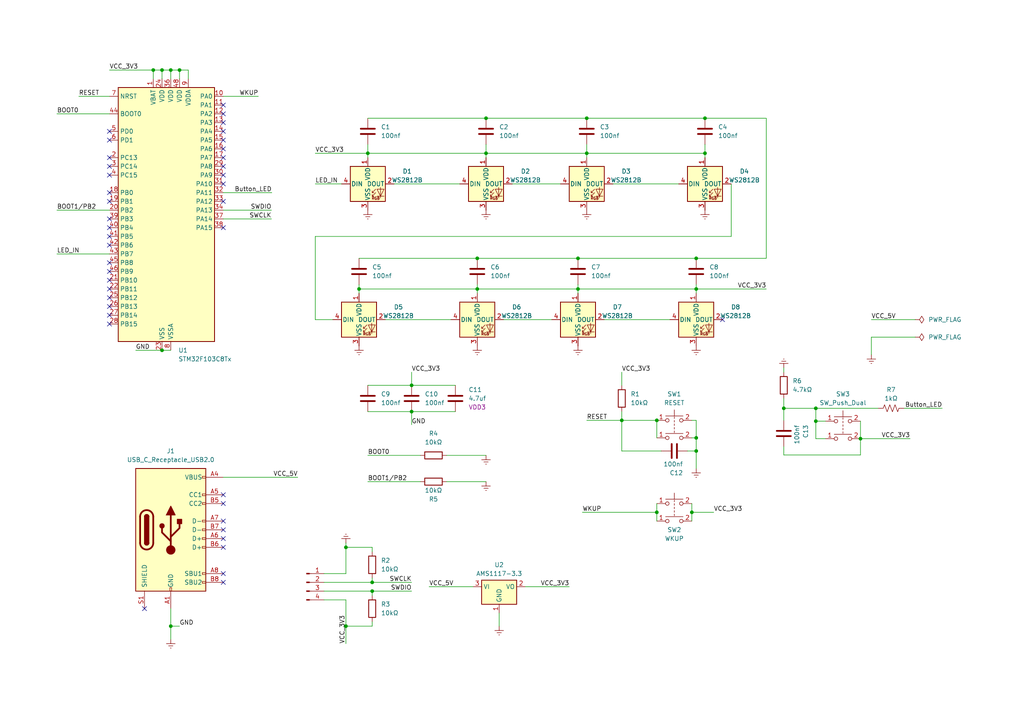
<source format=kicad_sch>
(kicad_sch (version 20230121) (generator eeschema)
  (paper "A4")
  (title_block (title "RM-47mm Projectile Light") (date "2023-09-19"))
  (lib_symbols
    (symbol "Connector:Conn_01x04_Pin" (pin_names (offset 1.016) hide)
      (property "Reference" "J" (at 0 5.08 0))
      (property "Value" "Conn_01x04_Pin" (at 0 -7.62 0))
      (symbol "Conn_01x04_Pin_1_1"
        (polyline (pts (xy 1.27 -5.08) (xy 0.8636 -5.08)) (stroke (width 0.1524)))
        (polyline (pts (xy 1.27 -2.54) (xy 0.8636 -2.54)) (stroke (width 0.1524)))
        (polyline (pts (xy 1.27 0) (xy 0.8636 0)) (stroke (width 0.1524)))
        (polyline (pts (xy 1.27 2.54) (xy 0.8636 2.54)) (stroke (width 0.1524)))
        (rectangle (start 0.8636 -4.953) (end 0 -5.207) (stroke (width 0.1524)) (fill (type outline)))
        (rectangle (start 0.8636 -2.413) (end 0 -2.667) (stroke (width 0.1524)) (fill (type outline)))
        (rectangle (start 0.8636 0.127) (end 0 -0.127) (stroke (width 0.1524)) (fill (type outline)))
        (rectangle (start 0.8636 2.667) (end 0 2.413) (stroke (width 0.1524)) (fill (type outline)))
        (pin passive line (at 5.08 2.54 180) (length 3.81) (name "Pin_1") (number "1"))
        (pin passive line (at 5.08 0 180) (length 3.81) (name "Pin_2") (number "2"))
        (pin passive line (at 5.08 -2.54 180) (length 3.81) (name "Pin_3") (number "3"))
        (pin passive line (at 5.08 -5.08 180) (length 3.81) (name "Pin_4") (number "4"))
      )
    )
    (symbol "Connector:USB_C_Receptacle_USB2.0" (pin_names (offset 1.016))
      (property "Reference" "J" (at -10.16 19.05 0))
      (property "Value" "USB_C_Receptacle_USB2.0" (at 19.05 19.05 0))
      (symbol "USB_C_Receptacle_USB2.0_0_0"
        (rectangle (start -0.254 -17.78) (end 0.254 -16.764))
        (rectangle (start 10.16 -14.986) (end 9.144 -15.494))
        (rectangle (start 10.16 -12.446) (end 9.144 -12.954))
        (rectangle (start 10.16 -4.826) (end 9.144 -5.334))
        (rectangle (start 10.16 -2.286) (end 9.144 -2.794))
        (rectangle (start 10.16 0.254) (end 9.144 -0.254))
        (rectangle (start 10.16 2.794) (end 9.144 2.286))
        (rectangle (start 10.16 7.874) (end 9.144 7.366))
        (rectangle (start 10.16 10.414) (end 9.144 9.906))
        (rectangle (start 10.16 15.494) (end 9.144 14.986))
      )
      (symbol "USB_C_Receptacle_USB2.0_0_1"
        (rectangle (start -10.16 17.78) (end 10.16 -17.78) (stroke (width 0.254)) (fill (type background)))
        (arc (start -8.89 -3.81) (mid -6.985 -5.7067) (end -5.08 -3.81) (stroke (width 0.508)))
        (arc (start -7.62 -3.81) (mid -6.985 -4.4423) (end -6.35 -3.81) (stroke (width 0.254)))
        (arc (start -7.62 -3.81) (mid -6.985 -4.4423) (end -6.35 -3.81) (stroke (width 0.254)) (fill (type outline)))
        (rectangle (start -7.62 -3.81) (end -6.35 3.81) (stroke (width 0.254)) (fill (type outline)))
        (arc (start -6.35 3.81) (mid -6.985 4.4423) (end -7.62 3.81) (stroke (width 0.254)))
        (arc (start -6.35 3.81) (mid -6.985 4.4423) (end -7.62 3.81) (stroke (width 0.254)) (fill (type outline)))
        (arc (start -5.08 3.81) (mid -6.985 5.7067) (end -8.89 3.81) (stroke (width 0.508)))
        (circle (center -2.54 1.143) (radius 0.635) (stroke (width 0.254)) (fill (type outline)))
        (circle (center 0 -5.842) (radius 1.27) (fill (type outline)))
        (polyline (pts (xy -8.89 -3.81) (xy -8.89 3.81)) (stroke (width 0.508)))
        (polyline (pts (xy -5.08 3.81) (xy -5.08 -3.81)) (stroke (width 0.508)))
        (polyline (pts (xy 0 -5.842) (xy 0 4.318)) (stroke (width 0.508)))
        (polyline (pts (xy 0 -3.302) (xy -2.54 -0.762) (xy -2.54 0.508)) (stroke (width 0.508)))
        (polyline (pts (xy 0 -2.032) (xy 2.54 0.508) (xy 2.54 1.778)) (stroke (width 0.508)))
        (polyline (pts (xy -1.27 4.318) (xy 0 6.858) (xy 1.27 4.318) (xy -1.27 4.318)) (stroke (width 0.254)) (fill (type outline)))
        (rectangle (start 1.905 1.778) (end 3.175 3.048) (stroke (width 0.254)) (fill (type outline)))
      )
      (symbol "USB_C_Receptacle_USB2.0_1_1"
        (pin passive line (at 0 -22.86 90) (length 5.08) (name "GND") (number "A1"))
        (pin passive line (at 0 -22.86 90) (length 5.08) hide (name "GND") (number "A12"))
        (pin passive line (at 15.24 15.24 180) (length 5.08) (name "VBUS") (number "A4"))
        (pin bidirectional line (at 15.24 10.16 180) (length 5.08) (name "CC1") (number "A5"))
        (pin bidirectional line (at 15.24 -2.54 180) (length 5.08) (name "D+") (number "A6"))
        (pin bidirectional line (at 15.24 2.54 180) (length 5.08) (name "D-") (number "A7"))
        (pin bidirectional line (at 15.24 -12.7 180) (length 5.08) (name "SBU1") (number "A8"))
        (pin passive line (at 15.24 15.24 180) (length 5.08) hide (name "VBUS") (number "A9"))
        (pin passive line (at 0 -22.86 90) (length 5.08) hide (name "GND") (number "B1"))
        (pin passive line (at 0 -22.86 90) (length 5.08) hide (name "GND") (number "B12"))
        (pin passive line (at 15.24 15.24 180) (length 5.08) hide (name "VBUS") (number "B4"))
        (pin bidirectional line (at 15.24 7.62 180) (length 5.08) (name "CC2") (number "B5"))
        (pin bidirectional line (at 15.24 -5.08 180) (length 5.08) (name "D+") (number "B6"))
        (pin bidirectional line (at 15.24 0 180) (length 5.08) (name "D-") (number "B7"))
        (pin bidirectional line (at 15.24 -15.24 180) (length 5.08) (name "SBU2") (number "B8"))
        (pin passive line (at 15.24 15.24 180) (length 5.08) hide (name "VBUS") (number "B9"))
        (pin passive line (at -7.62 -22.86 90) (length 5.08) (name "SHIELD") (number "S1"))
      )
    )
    (symbol "Device:C" (pin_numbers hide) (pin_names (offset 0.254))
      (property "Reference" "C" (at 0.635 2.54 0))
      (property "Value" "C" (at 0.635 -2.54 0))
      (symbol "C_0_1"
        (polyline (pts (xy -2.032 -0.762) (xy 2.032 -0.762)) (stroke (width 0.508)))
        (polyline (pts (xy -2.032 0.762) (xy 2.032 0.762)) (stroke (width 0.508)))
      )
      (symbol "C_1_1"
        (pin passive line (at 0 3.81 270) (length 2.794) (name "~") (number "1"))
        (pin passive line (at 0 -3.81 90) (length 2.794) (name "~") (number "2"))
      )
    )
    (symbol "Device:R" (pin_numbers hide) (pin_names (offset 0))
      (property "Reference" "R" (at 2.032 0 90))
      (property "Value" "R" (at 0 0 90))
      (symbol "R_0_1"
        (rectangle (start -1.016 -2.54) (end 1.016 2.54) (stroke (width 0.254)))
      )
      (symbol "R_1_1"
        (pin passive line (at 0 3.81 270) (length 1.27) (name "~") (number "1"))
        (pin passive line (at 0 -3.81 90) (length 1.27) (name "~") (number "2"))
      )
    )
    (symbol "Device:R_US" (pin_numbers hide) (pin_names (offset 0))
      (property "Reference" "R" (at 2.54 0 90))
      (property "Value" "R_US" (at -2.54 0 90))
      (symbol "R_US_0_1"
        (polyline (pts (xy 0 -2.286) (xy 0 -2.54)))
        (polyline (pts (xy 0 2.286) (xy 0 2.54)))
        (polyline (pts (xy 0 -0.762) (xy 1.016 -1.143) (xy 0 -1.524) (xy -1.016 -1.905) (xy 0 -2.286)))
        (polyline (pts (xy 0 0.762) (xy 1.016 0.381) (xy 0 0) (xy -1.016 -0.381) (xy 0 -0.762)))
        (polyline (pts (xy 0 2.286) (xy 1.016 1.905) (xy 0 1.524) (xy -1.016 1.143) (xy 0 0.762)))
      )
      (symbol "R_US_1_1"
        (pin passive line (at 0 3.81 270) (length 1.27) (name "~") (number "1"))
        (pin passive line (at 0 -3.81 90) (length 1.27) (name "~") (number "2"))
      )
    )
    (symbol "LED:WS2812B" (pin_names (offset 0.254))
      (property "Reference" "D" (at 5.08 5.715 0))
      (property "Value" "WS2812B" (at 1.27 -5.715 0))
      (symbol "WS2812B_0_0"
        (text "RGB" (at 2.286 -4.191 0) (effects (font (size 0.762 0.762))))
      )
      (symbol "WS2812B_0_1"
        (polyline (pts (xy 1.27 -3.556) (xy 1.778 -3.556)))
        (polyline (pts (xy 1.27 -2.54) (xy 1.778 -2.54)))
        (polyline (pts (xy 4.699 -3.556) (xy 2.667 -3.556)))
        (polyline (pts (xy 2.286 -2.54) (xy 1.27 -3.556) (xy 1.27 -3.048)))
        (polyline (pts (xy 2.286 -1.524) (xy 1.27 -2.54) (xy 1.27 -2.032)))
        (polyline (pts (xy 3.683 -1.016) (xy 3.683 -3.556) (xy 3.683 -4.064)))
        (polyline (pts (xy 4.699 -1.524) (xy 2.667 -1.524) (xy 3.683 -3.556) (xy 4.699 -1.524)))
        (rectangle (start 5.08 5.08) (end -5.08 -5.08) (stroke (width 0.254)) (fill (type background)))
      )
      (symbol "WS2812B_1_1"
        (pin power_in line (at 0 7.62 270) (length 2.54) (name "VDD") (number "1"))
        (pin output line (at 7.62 0 180) (length 2.54) (name "DOUT") (number "2"))
        (pin power_in line (at 0 -7.62 90) (length 2.54) (name "VSS") (number "3"))
        (pin input line (at -7.62 0 0) (length 2.54) (name "DIN") (number "4"))
      )
    )
    (symbol "MCU_ST_STM32F1:STM32F103C8Tx"
      (property "Reference" "U" (at -12.7 39.37 0))
      (property "Value" "STM32F103C8Tx" (at 10.16 39.37 0))
      (symbol "STM32F103C8Tx_0_1"
        (rectangle (start -12.7 -35.56) (end 15.24 38.1) (stroke (width 0.254)) (fill (type background)))
      )
      (symbol "STM32F103C8Tx_1_1"
        (pin power_in line (at -2.54 40.64 270) (length 2.54) (name "VBAT") (number "1"))
        (pin bidirectional line (at 17.78 35.56 180) (length 2.54) (name "PA0") (number "10"))
        (pin bidirectional line (at 17.78 33.02 180) (length 2.54) (name "PA1") (number "11"))
        (pin bidirectional line (at 17.78 30.48 180) (length 2.54) (name "PA2") (number "12"))
        (pin bidirectional line (at 17.78 27.94 180) (length 2.54) (name "PA3") (number "13"))
        (pin bidirectional line (at 17.78 25.4 180) (length 2.54) (name "PA4") (number "14"))
        (pin bidirectional line (at 17.78 22.86 180) (length 2.54) (name "PA5") (number "15"))
        (pin bidirectional line (at 17.78 20.32 180) (length 2.54) (name "PA6") (number "16"))
        (pin bidirectional line (at 17.78 17.78 180) (length 2.54) (name "PA7") (number "17"))
        (pin bidirectional line (at -15.24 7.62 0) (length 2.54) (name "PB0") (number "18"))
        (pin bidirectional line (at -15.24 5.08 0) (length 2.54) (name "PB1") (number "19"))
        (pin bidirectional line (at -15.24 17.78 0) (length 2.54) (name "PC13") (number "2"))
        (pin bidirectional line (at -15.24 2.54 0) (length 2.54) (name "PB2") (number "20"))
        (pin bidirectional line (at -15.24 -17.78 0) (length 2.54) (name "PB10") (number "21"))
        (pin bidirectional line (at -15.24 -20.32 0) (length 2.54) (name "PB11") (number "22"))
        (pin power_in line (at 0 -38.1 90) (length 2.54) (name "VSS") (number "23"))
        (pin power_in line (at 0 40.64 270) (length 2.54) (name "VDD") (number "24"))
        (pin bidirectional line (at -15.24 -22.86 0) (length 2.54) (name "PB12") (number "25"))
        (pin bidirectional line (at -15.24 -25.4 0) (length 2.54) (name "PB13") (number "26"))
        (pin bidirectional line (at -15.24 -27.94 0) (length 2.54) (name "PB14") (number "27"))
        (pin bidirectional line (at -15.24 -30.48 0) (length 2.54) (name "PB15") (number "28"))
        (pin bidirectional line (at 17.78 15.24 180) (length 2.54) (name "PA8") (number "29"))
        (pin bidirectional line (at -15.24 15.24 0) (length 2.54) (name "PC14") (number "3"))
        (pin bidirectional line (at 17.78 12.7 180) (length 2.54) (name "PA9") (number "30"))
        (pin bidirectional line (at 17.78 10.16 180) (length 2.54) (name "PA10") (number "31"))
        (pin bidirectional line (at 17.78 7.62 180) (length 2.54) (name "PA11") (number "32"))
        (pin bidirectional line (at 17.78 5.08 180) (length 2.54) (name "PA12") (number "33"))
        (pin bidirectional line (at 17.78 2.54 180) (length 2.54) (name "PA13") (number "34"))
        (pin passive line (at 0 -38.1 90) (length 2.54) hide (name "VSS") (number "35"))
        (pin power_in line (at 2.54 40.64 270) (length 2.54) (name "VDD") (number "36"))
        (pin bidirectional line (at 17.78 0 180) (length 2.54) (name "PA14") (number "37"))
        (pin bidirectional line (at 17.78 -2.54 180) (length 2.54) (name "PA15") (number "38"))
        (pin bidirectional line (at -15.24 0 0) (length 2.54) (name "PB3") (number "39"))
        (pin bidirectional line (at -15.24 12.7 0) (length 2.54) (name "PC15") (number "4"))
        (pin bidirectional line (at -15.24 -2.54 0) (length 2.54) (name "PB4") (number "40"))
        (pin bidirectional line (at -15.24 -5.08 0) (length 2.54) (name "PB5") (number "41"))
        (pin bidirectional line (at -15.24 -7.62 0) (length 2.54) (name "PB6") (number "42"))
        (pin bidirectional line (at -15.24 -10.16 0) (length 2.54) (name "PB7") (number "43"))
        (pin input line (at -15.24 30.48 0) (length 2.54) (name "BOOT0") (number "44"))
        (pin bidirectional line (at -15.24 -12.7 0) (length 2.54) (name "PB8") (number "45"))
        (pin bidirectional line (at -15.24 -15.24 0) (length 2.54) (name "PB9") (number "46"))
        (pin passive line (at 0 -38.1 90) (length 2.54) hide (name "VSS") (number "47"))
        (pin power_in line (at 5.08 40.64 270) (length 2.54) (name "VDD") (number "48"))
        (pin bidirectional line (at -15.24 25.4 0) (length 2.54) (name "PD0") (number "5"))
        (pin bidirectional line (at -15.24 22.86 0) (length 2.54) (name "PD1") (number "6"))
        (pin input line (at -15.24 35.56 0) (length 2.54) (name "NRST") (number "7"))
        (pin power_in line (at 2.54 -38.1 90) (length 2.54) (name "VSSA") (number "8"))
        (pin power_in line (at 7.62 40.64 270) (length 2.54) (name "VDDA") (number "9"))
      )
    )
    (symbol "Regulator_Linear:AMS1117-3.3"
      (property "Reference" "U" (at -3.81 3.175 0))
      (property "Value" "AMS1117-3.3" (at 0 3.175 0))
      (symbol "AMS1117-3.3_0_1"
        (rectangle (start -5.08 -5.08) (end 5.08 1.905) (stroke (width 0.254)) (fill (type background)))
      )
      (symbol "AMS1117-3.3_1_1"
        (pin power_in line (at 0 -7.62 90) (length 2.54) (name "GND") (number "1"))
        (pin power_out line (at 7.62 0 180) (length 2.54) (name "VO") (number "2"))
        (pin power_in line (at -7.62 0 0) (length 2.54) (name "VI") (number "3"))
      )
    )
    (symbol "SW_Push_Dual_1" (pin_names (offset 1.016) hide)
      (property "Reference" "SW2" (at 0 -7.62 0))
      (property "Value" "WKUP" (at 0 -10.16 0))
      (symbol "SW_Push_Dual_1_0_1"
        (circle (center -2.032 -5.08) (radius 0.508))
        (circle (center -2.032 0) (radius 0.508))
        (polyline (pts (xy 0 -3.048) (xy 0 -3.556)))
        (polyline (pts (xy 0 -2.032) (xy 0 -2.54)))
        (polyline (pts (xy 0 -1.524) (xy 0 -1.016)))
        (polyline (pts (xy 0 -0.508) (xy 0 0)))
        (polyline (pts (xy 0 0.508) (xy 0 1.016)))
        (polyline (pts (xy 0 1.27) (xy 0 3.048)))
        (polyline (pts (xy 2.54 -3.81) (xy -2.54 -3.81)))
        (polyline (pts (xy 2.54 1.27) (xy -2.54 1.27)))
        (circle (center 2.032 -5.08) (radius 0.508))
        (circle (center 2.032 0) (radius 0.508))
        (pin passive line (at -5.08 0 0) (length 2.54) (name "1") (number "1"))
      )
      (symbol "SW_Push_Dual_1_1_1"
        (pin passive line (at -5.08 -5.08 0) (length 2.54) (name "3") (number "1"))
        (pin passive line (at 5.08 0 180) (length 2.54) (name "2") (number "2"))
        (pin passive line (at 5.08 -5.08 180) (length 2.54) (name "4") (number "2"))
      )
    )
    (symbol "SW_Push_Dual_2" (pin_names (offset 1.016) hide)
      (property "Reference" "SW3" (at 0 7.8519 0))
      (property "Value" "SW_Push_Dual" (at 0 5.3119 0))
      (symbol "SW_Push_Dual_2_0_1"
        (circle (center -2.032 -5.08) (radius 0.508))
        (circle (center -2.032 0) (radius 0.508))
        (polyline (pts (xy 0 -3.048) (xy 0 -3.556)))
        (polyline (pts (xy 0 -2.032) (xy 0 -2.54)))
        (polyline (pts (xy 0 -1.524) (xy 0 -1.016)))
        (polyline (pts (xy 0 -0.508) (xy 0 0)))
        (polyline (pts (xy 0 0.508) (xy 0 1.016)))
        (polyline (pts (xy 0 1.27) (xy 0 3.048)))
        (polyline (pts (xy 2.54 -3.81) (xy -2.54 -3.81)))
        (polyline (pts (xy 2.54 1.27) (xy -2.54 1.27)))
        (circle (center 2.032 -5.08) (radius 0.508))
        (circle (center 2.032 0) (radius 0.508))
        (pin passive line (at -5.08 0 0) (length 2.54) (name "1") (number "1"))
      )
      (symbol "SW_Push_Dual_2_1_1"
        (pin passive line (at -5.08 -5.08 0) (length 2.54) (name "3") (number "1"))
        (pin passive line (at 5.08 0 180) (length 2.54) (name "2") (number "2"))
        (pin passive line (at 5.08 -5.08 180) (length 2.54) (name "4") (number "2"))
      )
    )
    (symbol "Switch:SW_Push_Dual" (pin_names (offset 1.016) hide)
      (property "Reference" "SW1" (at 0 7.62 0))
      (property "Value" "RESET" (at 0 5.08 0))
      (symbol "SW_Push_Dual_0_1"
        (circle (center -2.032 -5.08) (radius 0.508))
        (circle (center -2.032 0) (radius 0.508))
        (polyline (pts (xy 0 -3.048) (xy 0 -3.556)))
        (polyline (pts (xy 0 -2.032) (xy 0 -2.54)))
        (polyline (pts (xy 0 -1.524) (xy 0 -1.016)))
        (polyline (pts (xy 0 -0.508) (xy 0 0)))
        (polyline (pts (xy 0 0.508) (xy 0 1.016)))
        (polyline (pts (xy 0 1.27) (xy 0 3.048)))
        (polyline (pts (xy 2.54 -3.81) (xy -2.54 -3.81)))
        (polyline (pts (xy 2.54 1.27) (xy -2.54 1.27)))
        (circle (center 2.032 -5.08) (radius 0.508))
        (circle (center 2.032 0) (radius 0.508))
        (pin passive line (at -5.08 0 0) (length 2.54) (name "1") (number "1"))
      )
      (symbol "SW_Push_Dual_1_1"
        (pin passive line (at -5.08 -5.08 0) (length 2.54) (name "3") (number "1"))
        (pin passive line (at 5.08 0 180) (length 2.54) (name "2") (number "2"))
        (pin passive line (at 5.08 -5.08 180) (length 2.54) (name "4") (number "2"))
      )
    )
    (symbol "power:Earth" (power) (pin_names (offset 0))
      (symbol "Earth_0_1"
        (polyline (pts (xy -0.635 -1.905) (xy 0.635 -1.905)))
        (polyline (pts (xy -0.127 -2.54) (xy 0.127 -2.54)))
        (polyline (pts (xy 0 -1.27) (xy 0 0)))
        (polyline (pts (xy 1.27 -1.27) (xy -1.27 -1.27)))
      )
      (symbol "Earth_1_1"
        (pin power_in line (at 0 0 270) (length 0) hide (name "Earth") (number "1"))
      )
    )
    (symbol "power:PWR_FLAG" (power) (pin_numbers hide) (pin_names (offset 0) hide)
      (property "Value" "PWR_FLAG" (at 0 3.81 0))
      (symbol "PWR_FLAG_0_0"
        (pin power_out line (at 0 0 90) (length 0) (name "pwr") (number "1"))
      )
      (symbol "PWR_FLAG_0_1"
        (polyline (pts (xy 0 0) (xy 0 1.27) (xy -1.016 1.905) (xy 0 2.54) (xy 1.016 1.905) (xy 0 1.27)))
      )
    )
  )
  (junction (at 100.33 181.61))
  (junction (at 104.14 83.82))
  (junction (at 236.622 122.1519))
  (junction (at 167.64 74.93))
  (junction (at 46.99 20.32))
  (junction (at 106.68 44.45))
  (junction (at 204.47 34.29))
  (junction (at 200.66 148.59))
  (junction (at 119.38 119.38))
  (junction (at 227.33 118.4263))
  (junction (at 49.53 20.32))
  (junction (at 107.95 168.91))
  (junction (at 49.53 181.61))
  (junction (at 190.5 121.92))
  (junction (at 249.5741 127.2319))
  (junction (at 140.97 44.45))
  (junction (at 100.33 158.75))
  (junction (at 204.47 44.45))
  (junction (at 236.622 118.4263))
  (junction (at 119.38 111.76))
  (junction (at 170.18 44.45))
  (junction (at 138.43 83.82))
  (junction (at 180.34 121.92))
  (junction (at 190.5 148.59))
  (junction (at 44.45 20.32))
  (junction (at 201.93 83.82))
  (junction (at 201.93 130.81))
  (junction (at 138.43 74.93))
  (junction (at 140.97 34.29))
  (junction (at 167.64 83.82))
  (junction (at 170.18 34.29))
  (junction (at 52.07 20.32))
  (junction (at 201.93 127))
  (junction (at 107.95 171.45))
  (junction (at 46.99 101.6))
  (junction (at 201.93 74.93))
  (no_connect (at 64.77 50.8))
  (no_connect (at 64.77 53.34))
  (no_connect (at 64.77 38.1))
  (no_connect (at 64.77 43.18))
  (no_connect (at 31.75 48.26))
  (no_connect (at 64.77 35.56))
  (no_connect (at 31.75 55.88))
  (no_connect (at 64.77 166.37))
  (no_connect (at 31.75 86.36))
  (no_connect (at 64.77 33.02))
  (no_connect (at 31.75 66.04))
  (no_connect (at 41.91 176.53))
  (no_connect (at 209.55 92.71))
  (no_connect (at 31.75 58.42))
  (no_connect (at 31.75 91.44))
  (no_connect (at 64.77 168.91))
  (no_connect (at 31.75 83.82))
  (no_connect (at 31.75 50.8))
  (no_connect (at 64.77 48.26))
  (no_connect (at 64.77 151.13))
  (no_connect (at 31.75 76.2))
  (no_connect (at 31.75 71.12))
  (no_connect (at 64.77 156.21))
  (no_connect (at 64.77 45.72))
  (no_connect (at 31.75 68.58))
  (no_connect (at 31.75 38.1))
  (no_connect (at 31.75 88.9))
  (no_connect (at 64.77 58.42))
  (no_connect (at 64.77 66.04))
  (no_connect (at 31.75 93.98))
  (no_connect (at 31.75 63.5))
  (no_connect (at 64.77 40.64))
  (no_connect (at 64.77 146.05))
  (no_connect (at 64.77 158.75))
  (no_connect (at 64.77 30.48))
  (no_connect (at 64.77 153.67))
  (no_connect (at 31.75 78.74))
  (no_connect (at 31.75 45.72))
  (no_connect (at 31.75 40.64))
  (no_connect (at 64.77 143.51))
  (no_connect (at 31.75 81.28))
  (wire (pts (xy 271.7522 118.4091) (xy 271.7522 118.4105)))
  (wire (pts (xy 104.14 83.82) (xy 104.14 85.09)))
  (wire (pts (xy 138.43 82.55) (xy 138.43 83.82)))
  (wire (pts (xy 52.07 181.61) (xy 49.53 181.61)))
  (wire (pts (xy 204.47 41.91) (xy 204.47 44.45)))
  (wire (pts (xy 104.14 83.82) (xy 138.43 83.82)))
  (wire (pts (xy 249.5741 122.1519) (xy 249.5741 127.2319)))
  (wire (pts (xy 239.4141 127.2319) (xy 236.622 127.2319)))
  (wire (pts (xy 93.98 173.99) (xy 100.33 173.99)))
  (wire (pts (xy 212.09 53.34) (xy 212.09 68.58)))
  (wire (pts (xy 254.6465 118.4105) (xy 249.5741 118.4105)))
  (wire (pts (xy 93.98 168.91) (xy 107.95 168.91)))
  (wire (pts (xy 107.95 172.72) (xy 107.95 171.45)))
  (wire (pts (xy 140.97 41.91) (xy 140.97 44.45)))
  (wire (pts (xy 200.66 121.92) (xy 201.93 121.92)))
  (wire (pts (xy 106.68 119.38) (xy 119.38 119.38)))
  (wire (pts (xy 199.39 130.81) (xy 201.93 130.81)))
  (wire (pts (xy 91.44 68.58) (xy 212.09 68.58)))
  (wire (pts (xy 52.07 22.86) (xy 52.07 20.32)))
  (wire (pts (xy 100.33 158.75) (xy 100.33 166.37)))
  (wire (pts (xy 177.8 53.34) (xy 196.85 53.34)))
  (wire (pts (xy 93.98 166.37) (xy 100.33 166.37)))
  (wire (pts (xy 49.53 176.53) (xy 49.53 181.61)))
  (wire (pts (xy 271.7522 118.4105) (xy 262.2665 118.4105)))
  (wire (pts (xy 107.95 168.91) (xy 107.95 167.64)))
  (wire (pts (xy 119.38 119.38) (xy 132.08 119.38)))
  (wire (pts (xy 148.59 53.34) (xy 162.56 53.34)))
  (wire (pts (xy 119.38 107.95) (xy 119.38 111.76)))
  (wire (pts (xy 129.54 139.7) (xy 140.97 139.7)))
  (wire (pts (xy 129.54 132.08) (xy 140.97 132.08)))
  (wire (pts (xy 167.64 74.93) (xy 201.93 74.93)))
  (wire (pts (xy 46.99 101.6) (xy 49.53 101.6)))
  (wire (pts (xy 64.77 63.5) (xy 78.74 63.5)))
  (wire (pts (xy 54.61 22.86) (xy 54.61 20.32)))
  (wire (pts (xy 249.5741 127.2319) (xy 249.5741 131.9574)))
  (wire (pts (xy 106.68 111.76) (xy 119.38 111.76)))
  (wire (pts (xy 227.33 118.4263) (xy 227.33 121.92)))
  (wire (pts (xy 106.68 44.45) (xy 106.68 45.72)))
  (wire (pts (xy 167.64 83.82) (xy 167.64 85.09)))
  (wire (pts (xy 204.47 44.45) (xy 204.47 45.72)))
  (wire (pts (xy 54.61 20.32) (xy 52.07 20.32)))
  (wire (pts (xy 201.93 83.82) (xy 222.25 83.82)))
  (wire (pts (xy 22.86 27.94) (xy 31.75 27.94)))
  (wire (pts (xy 204.47 34.29) (xy 222.25 34.29)))
  (wire (pts (xy 64.77 55.88) (xy 78.8127 55.88)))
  (wire (pts (xy 106.68 41.91) (xy 106.68 44.45)))
  (wire (pts (xy 190.5 121.92) (xy 190.5 127)))
  (wire (pts (xy 100.33 158.75) (xy 107.95 158.75)))
  (wire (pts (xy 100.33 157.48) (xy 100.33 158.75)))
  (wire (pts (xy 49.53 181.61) (xy 49.53 185.42)))
  (wire (pts (xy 227.33 107.95) (xy 227.33 106.68)))
  (wire (pts (xy 52.07 20.32) (xy 49.53 20.32)))
  (wire (pts (xy 168.91 148.59) (xy 190.5 148.59)))
  (wire (pts (xy 140.97 44.45) (xy 140.97 45.72)))
  (wire (pts (xy 170.18 121.92) (xy 180.34 121.92)))
  (wire (pts (xy 265.43 97.79) (xy 252.73 97.79)))
  (wire (pts (xy 200.66 127) (xy 201.93 127)))
  (wire (pts (xy 200.66 146.05) (xy 200.66 148.59)))
  (wire (pts (xy 78.8127 55.88) (xy 78.8127 55.8877)))
  (wire (pts (xy 16.51 33.02) (xy 31.75 33.02)))
  (wire (pts (xy 138.43 83.82) (xy 138.43 85.09)))
  (wire (pts (xy 91.44 68.58) (xy 91.44 92.71)))
  (wire (pts (xy 49.53 22.86) (xy 49.53 20.32)))
  (wire (pts (xy 227.33 118.4263) (xy 227.33 115.57)))
  (wire (pts (xy 107.95 158.75) (xy 107.95 160.02)))
  (wire (pts (xy 106.68 132.08) (xy 121.92 132.08)))
  (wire (pts (xy 170.18 44.45) (xy 170.18 45.72)))
  (wire (pts (xy 190.5 146.05) (xy 190.5 148.59)))
  (wire (pts (xy 100.33 173.99) (xy 100.33 181.61)))
  (wire (pts (xy 104.14 74.93) (xy 138.43 74.93)))
  (wire (pts (xy 106.68 139.7) (xy 121.92 139.7)))
  (wire (pts (xy 227.33 118.4263) (xy 236.622 118.4263)))
  (wire (pts (xy 236.622 122.1519) (xy 239.4141 122.1519)))
  (wire (pts (xy 91.44 44.45) (xy 106.68 44.45)))
  (wire (pts (xy 180.34 130.81) (xy 191.77 130.81)))
  (wire (pts (xy 146.05 92.71) (xy 160.02 92.71)))
  (wire (pts (xy 93.98 171.45) (xy 107.95 171.45)))
  (wire (pts (xy 236.622 118.4263) (xy 236.622 122.1519)))
  (wire (pts (xy 107.95 181.61) (xy 107.95 180.34)))
  (wire (pts (xy 107.95 168.91) (xy 119.38 168.91)))
  (wire (pts (xy 271.7522 118.4091) (xy 273.2797 118.4091)))
  (wire (pts (xy 124.46 170.18) (xy 137.16 170.18)))
  (wire (pts (xy 170.18 41.91) (xy 170.18 44.45)))
  (wire (pts (xy 249.5741 118.4105) (xy 249.5741 118.4263)))
  (wire (pts (xy 180.34 107.95) (xy 180.34 111.76)))
  (wire (pts (xy 16.51 73.66) (xy 31.75 73.66)))
  (wire (pts (xy 100.33 181.61) (xy 107.95 181.61)))
  (wire (pts (xy 165.1 170.18) (xy 152.4 170.18)))
  (wire (pts (xy 167.64 82.55) (xy 167.64 83.82)))
  (wire (pts (xy 106.68 44.45) (xy 140.97 44.45)))
  (wire (pts (xy 107.95 171.45) (xy 119.38 171.45)))
  (wire (pts (xy 44.45 22.86) (xy 44.45 20.32)))
  (wire (pts (xy 249.5741 127.2319) (xy 263.9543 127.2319)))
  (wire (pts (xy 119.38 111.76) (xy 132.08 111.76)))
  (wire (pts (xy 252.73 97.79) (xy 252.73 102.87)))
  (wire (pts (xy 114.3 53.34) (xy 133.35 53.34)))
  (wire (pts (xy 144.78 181.61) (xy 144.78 177.8)))
  (wire (pts (xy 170.18 44.45) (xy 204.47 44.45)))
  (wire (pts (xy 180.34 119.38) (xy 180.34 121.92)))
  (wire (pts (xy 200.66 148.59) (xy 207.01 148.59)))
  (wire (pts (xy 201.93 121.92) (xy 201.93 127)))
  (wire (pts (xy 201.93 130.81) (xy 201.93 135.89)))
  (wire (pts (xy 190.5 148.59) (xy 190.5 151.13)))
  (wire (pts (xy 227.33 131.9574) (xy 249.5741 131.9574)))
  (wire (pts (xy 64.77 138.43) (xy 86.36 138.43)))
  (wire (pts (xy 222.25 34.29) (xy 222.25 74.93)))
  (wire (pts (xy 100.33 181.61) (xy 100.33 186.69)))
  (wire (pts (xy 200.66 148.59) (xy 200.66 151.13)))
  (wire (pts (xy 222.25 74.93) (xy 201.93 74.93)))
  (wire (pts (xy 167.64 83.82) (xy 201.93 83.82)))
  (wire (pts (xy 201.93 127) (xy 201.93 130.81)))
  (wire (pts (xy 64.77 60.96) (xy 78.74 60.96)))
  (wire (pts (xy 111.76 92.71) (xy 130.81 92.71)))
  (wire (pts (xy 227.33 129.54) (xy 227.33 131.9574)))
  (wire (pts (xy 46.99 20.32) (xy 46.99 22.86)))
  (wire (pts (xy 44.45 20.32) (xy 46.99 20.32)))
  (wire (pts (xy 138.43 83.82) (xy 167.64 83.82)))
  (wire (pts (xy 175.26 92.71) (xy 194.31 92.71)))
  (wire (pts (xy 74.93 27.94) (xy 64.77 27.94)))
  (wire (pts (xy 170.18 34.29) (xy 204.47 34.29)))
  (wire (pts (xy 106.68 34.29) (xy 140.97 34.29)))
  (wire (pts (xy 201.93 83.82) (xy 201.93 85.09)))
  (wire (pts (xy 180.34 121.92) (xy 190.5 121.92)))
  (wire (pts (xy 119.38 119.38) (xy 119.38 123.19)))
  (wire (pts (xy 140.97 44.45) (xy 170.18 44.45)))
  (wire (pts (xy 39.37 101.6) (xy 46.99 101.6)))
  (wire (pts (xy 31.75 20.32) (xy 44.45 20.32)))
  (wire (pts (xy 252.73 92.71) (xy 265.43 92.71)))
  (wire (pts (xy 104.14 82.55) (xy 104.14 83.82)))
  (wire (pts (xy 49.53 20.32) (xy 46.99 20.32)))
  (wire (pts (xy 236.622 122.1519) (xy 236.622 127.2319)))
  (wire (pts (xy 91.44 53.34) (xy 99.06 53.34)))
  (wire (pts (xy 236.622 118.4263) (xy 249.5741 118.4263)))
  (wire (pts (xy 138.43 74.93) (xy 167.64 74.93)))
  (wire (pts (xy 180.34 121.92) (xy 180.34 130.81)))
  (wire (pts (xy 91.44 92.71) (xy 96.52 92.71)))
  (wire (pts (xy 201.93 82.55) (xy 201.93 83.82)))
  (wire (pts (xy 16.51 60.96) (xy 31.75 60.96)))
  (wire (pts (xy 140.97 34.29) (xy 170.18 34.29)))
  (label "VCC_3V3" (at 207.01 148.59 0))
  (label "BOOT0" (at 16.51 33.02 0))
  (label "SWDIO" (at 78.74 60.96 180))
  (label "RESET" (at 22.86 27.94 0))
  (label "BOOT0" (at 106.68 132.08 0))
  (label "RESET" (at 170.18 121.92 0))
  (label "VCC_5V" (at 124.46 170.18 0))
  (label "WKUP" (at 168.91 148.59 0))
  (label "BOOT1{slash}PB2" (at 16.51 60.96 0))
  (label "SWDIO" (at 119.38 171.45 180))
  (label "VCC_3V3" (at 263.9543 127.2319 180))
  (label "VCC_3V3" (at 222.25 83.82 180))
  (label "VCC_3V3" (at 31.75 20.32 0))
  (label "VCC_5V" (at 86.36 138.43 180))
  (label "VCC_3V3" (at 165.1 170.18 180))
  (label "Button_LED" (at 78.8127 55.8877 180))
  (label "VCC_5V" (at 252.73 92.71 0))
  (label "VCC_3V3" (at 91.44 44.45 0))
  (label "LED_IN" (at 91.44 53.34 0))
  (label "VCC_3V3" (at 180.34 107.95 0))
  (label "WKUP" (at 74.93 27.94 180))
  (label "SWCLK" (at 78.74 63.5 180))
  (label "GND" (at 39.37 101.6 0))
  (label "BOOT1{slash}PB2" (at 106.68 139.7 0))
  (label "GND" (at 52.07 181.61 0))
  (label "LED_IN" (at 16.51 73.66 0))
  (label "VCC_3V3" (at 100.33 186.69 90))
  (label "SWCLK" (at 119.38 168.91 180))
  (label "VCC_3V3" (at 119.38 107.95 0))
  (label "Button_LED" (at 273.2797 118.4091 180))
  (label "GND" (at 119.38 123.19 0))
  (symbol (lib_id "LED:WS2812B") (at 201.93 92.71 0) (unit 1)
    (property "Reference" "D8" (at 213.36 89.0621 0))
    (property "Value" "WS2812B" (at 213.36 91.6021 0))
    (property "Footprint" "LED_SMD:LED_WS2812B_PLCC4_5.0x5.0mm_P3.2mm" (effects hide))
    (property "Datasheet" "https://cdn-shop.adafruit.com/datasheets/WS2812B.pdf" (effects hide))
  )
  (symbol (lib_name "SW_Push_Dual_2") (lib_id "Switch:SW_Push_Dual") (at 244.4941 122.1519 0) (unit 1)
    (property "Reference" "SW3" (at 244.4941 114.3 0))
    (property "Value" "SW_Push_Dual" (at 244.4941 116.84 0))
    (property "Footprint" "Button_Switch_THT:SW_Tactile_SPST_Angled_PTS645Vx39-2LFS" (effects hide))
  )
  (symbol (lib_id "power:Earth") (at 106.68 60.96 0) (unit 1)
    (property "Reference" "#PWR07" (effects hide))
    (property "Value" "Earth" (effects hide))
  )
  (symbol (lib_id "Device:R") (at 227.33 111.76 0) (unit 1)
    (property "Reference" "R6" (at 229.87 110.49 0) (effects (justify left)))
    (property "Value" "4.7kΩ" (at 229.87 113.03 0) (effects (justify left)))
    (property "Footprint" "Resistor_SMD:R_0603_1608Metric" (effects hide))
  )
  (symbol (lib_id "LED:WS2812B") (at 204.47 53.34 0) (unit 1)
    (property "Reference" "D4" (at 215.9 49.6921 0))
    (property "Value" "WS2812B" (at 215.9 52.2321 0))
    (property "Footprint" "LED_SMD:LED_WS2812B_PLCC4_5.0x5.0mm_P3.2mm" (effects hide))
    (property "Datasheet" "https://cdn-shop.adafruit.com/datasheets/WS2812B.pdf" (effects hide))
  )
  (symbol (lib_id "power:Earth") (at 167.64 100.33 0) (unit 1)
    (property "Reference" "#PWR03" (effects hide))
    (property "Value" "Earth" (effects hide))
  )
  (symbol (lib_id "power:Earth") (at 100.33 157.48 180) (unit 1)
    (property "Reference" "#PWR012" (effects hide))
    (property "Value" "Earth" (effects hide))
  )
  (symbol (lib_id "LED:WS2812B") (at 167.64 92.71 0) (unit 1)
    (property "Reference" "D7" (at 179.07 89.0621 0))
    (property "Value" "WS2812B" (at 179.07 91.6021 0))
    (property "Footprint" "LED_SMD:LED_WS2812B_PLCC4_5.0x5.0mm_P3.2mm" (effects hide))
    (property "Datasheet" "https://cdn-shop.adafruit.com/datasheets/WS2812B.pdf" (effects hide))
  )
  (symbol (lib_id "Device:C") (at 138.43 78.74 0) (unit 1)
    (property "Reference" "C6" (at 142.24 77.47 0) (effects (justify left)))
    (property "Value" "100nf" (at 142.24 80.01 0) (effects (justify left)))
    (property "Footprint" "Capacitor_SMD:C_0603_1608Metric" (effects hide))
  )
  (symbol (lib_id "Device:C") (at 106.68 115.57 0) (unit 1)
    (property "Reference" "C9" (at 110.49 114.3 0) (effects (justify left)))
    (property "Value" "100nf" (at 110.49 116.84 0) (effects (justify left)))
    (property "Footprint" "Capacitor_SMD:C_0603_1608Metric" (effects hide))
  )
  (symbol (lib_id "power:Earth") (at 227.33 106.68 180) (unit 1)
    (property "Reference" "#PWR016" (effects hide))
    (property "Value" "Earth" (effects hide))
  )
  (symbol (lib_id "Device:C") (at 227.33 125.73 0) (unit 1)
    (property "Reference" "C13" (at 233.68 123.19 90) (effects (justify right)))
    (property "Value" "100nf" (at 231.14 123.19 90) (effects (justify right)))
    (property "Footprint" "Capacitor_SMD:C_0603_1608Metric" (effects hide))
  )
  (symbol (lib_id "MCU_ST_STM32F1:STM32F103C8Tx") (at 46.99 63.5 0) (unit 1)
    (property "Reference" "U1" (at 51.7241 101.6 0) (effects (justify left)))
    (property "Value" "STM32F103C8Tx" (at 51.7241 104.14 0) (effects (justify left)))
    (property "Footprint" "Package_QFP:LQFP-48_7x7mm_P0.5mm" (effects hide))
    (property "Datasheet" "https://www.st.com/resource/en/datasheet/stm32f103c8.pdf" (effects hide))
  )
  (symbol (lib_id "power:Earth") (at 138.43 100.33 0) (unit 1)
    (property "Reference" "#PWR02" (effects hide))
    (property "Value" "Earth" (effects hide))
  )
  (symbol (lib_id "Device:R") (at 125.73 132.08 270) (unit 1)
    (property "Reference" "R4" (at 125.73 125.73 90))
    (property "Value" "10kΩ" (at 125.73 128.27 90))
    (property "Footprint" "Resistor_SMD:R_0603_1608Metric" (effects hide))
  )
  (symbol (lib_name "SW_Push_Dual_1") (lib_id "Switch:SW_Push_Dual") (at 195.58 146.05 0) (unit 1)
    (property "Reference" "SW2" (at 195.58 153.67 0))
    (property "Value" "WKUP" (at 195.58 156.21 0))
    (property "Footprint" "Button_Switch_SMD:SW_Push_1P1T_NO_Vertical_Wuerth_434133025816" (effects hide))
  )
  (symbol (lib_id "power:PWR_FLAG") (at 265.43 92.71 270) (unit 1)
    (property "Reference" "#FLG02" (effects hide))
    (property "Value" "PWR_FLAG" (at 269.24 92.71 90) (effects (justify left)))
  )
  (symbol (lib_id "Device:C") (at 204.47 38.1 0) (unit 1)
    (property "Reference" "C4" (at 208.28 36.83 0) (effects (justify left)))
    (property "Value" "100nf" (at 208.28 39.37 0) (effects (justify left)))
    (property "Footprint" "Capacitor_SMD:C_0603_1608Metric" (effects hide))
  )
  (symbol (lib_id "power:Earth") (at 140.97 132.08 0) (unit 1)
    (property "Reference" "#PWR013" (effects hide))
    (property "Value" "Earth" (effects hide))
  )
  (symbol (lib_id "power:Earth") (at 140.97 60.96 0) (unit 1)
    (property "Reference" "#PWR06" (effects hide))
    (property "Value" "Earth" (effects hide))
  )
  (symbol (lib_id "Connector:USB_C_Receptacle_USB2.0") (at 49.53 153.67 0) (unit 1)
    (property "Reference" "J1" (at 49.53 130.81 0))
    (property "Value" "USB_C_Receptacle_USB2.0" (at 49.53 133.35 0))
    (property "Footprint" "Connector_USB:USB_C_Receptacle_G-Switch_GT-USB-7010ASV" (effects hide))
    (property "Datasheet" "https://www.usb.org/sites/default/files/documents/usb_type-c.zip" (effects hide))
  )
  (symbol (lib_id "Device:C") (at 106.68 38.1 0) (unit 1)
    (property "Reference" "C1" (at 110.49 36.83 0) (effects (justify left)))
    (property "Value" "100nf" (at 110.49 39.37 0) (effects (justify left)))
    (property "Footprint" "Capacitor_SMD:C_0603_1608Metric" (effects hide))
  )
  (symbol (lib_id "Device:C") (at 170.18 38.1 0) (unit 1)
    (property "Reference" "C3" (at 173.99 36.83 0) (effects (justify left)))
    (property "Value" "100nf" (at 173.99 39.37 0) (effects (justify left)))
    (property "Footprint" "Capacitor_SMD:C_0603_1608Metric" (effects hide))
  )
  (symbol (lib_id "Device:R_US") (at 258.4565 118.4105 90) (unit 1)
    (property "Reference" "R7" (at 258.4565 113.03 90))
    (property "Value" "1kΩ" (at 258.4565 115.57 90))
    (property "Footprint" "Resistor_SMD:R_0603_1608Metric" (effects hide))
  )
  (symbol (lib_id "LED:WS2812B") (at 106.68 53.34 0) (unit 1)
    (property "Reference" "D1" (at 118.11 49.6921 0))
    (property "Value" "WS2812B" (at 118.11 52.2321 0))
    (property "Footprint" "LED_SMD:LED_WS2812B_PLCC4_5.0x5.0mm_P3.2mm" (effects hide))
    (property "Datasheet" "https://cdn-shop.adafruit.com/datasheets/WS2812B.pdf" (effects hide))
  )
  (symbol (lib_id "power:Earth") (at 204.47 60.96 0) (unit 1)
    (property "Reference" "#PWR08" (effects hide))
    (property "Value" "Earth" (effects hide))
  )
  (symbol (lib_id "power:PWR_FLAG") (at 265.43 97.79 270) (unit 1)
    (property "Reference" "#FLG01" (effects hide))
    (property "Value" "PWR_FLAG" (at 269.24 97.79 90) (effects (justify left)))
  )
  (symbol (lib_id "Device:C") (at 167.64 78.74 0) (unit 1)
    (property "Reference" "C7" (at 171.45 77.47 0) (effects (justify left)))
    (property "Value" "100nf" (at 171.45 80.01 0) (effects (justify left)))
    (property "Footprint" "Capacitor_SMD:C_0603_1608Metric" (effects hide))
  )
  (symbol (lib_id "power:Earth") (at 104.14 100.33 0) (unit 1)
    (property "Reference" "#PWR01" (effects hide))
    (property "Value" "Earth" (effects hide))
  )
  (symbol (lib_id "Device:C") (at 119.38 115.57 0) (unit 1)
    (property "Reference" "C10" (at 123.19 114.3 0) (effects (justify left)))
    (property "Value" "100nf" (at 123.19 116.84 0) (effects (justify left)))
    (property "Footprint" "Capacitor_SMD:C_0603_1608Metric" (effects hide))
  )
  (symbol (lib_id "LED:WS2812B") (at 104.14 92.71 0) (unit 1)
    (property "Reference" "D5" (at 115.57 89.0621 0))
    (property "Value" "WS2812B" (at 115.57 91.6021 0))
    (property "Footprint" "LED_SMD:LED_WS2812B_PLCC4_5.0x5.0mm_P3.2mm" (effects hide))
    (property "Datasheet" "https://cdn-shop.adafruit.com/datasheets/WS2812B.pdf" (effects hide))
  )
  (symbol (lib_id "Device:R") (at 125.73 139.7 90) (unit 1)
    (property "Reference" "R5" (at 125.73 144.78 90))
    (property "Value" "10kΩ" (at 125.73 142.24 90))
    (property "Footprint" "Resistor_SMD:R_0603_1608Metric" (effects hide))
  )
  (symbol (lib_id "Device:C") (at 132.08 115.57 0) (unit 1)
    (property "Reference" "C11" (at 135.89 113.03 0) (effects (justify left)))
    (property "Value" "4.7uf" (at 135.89 115.57 0) (effects (justify left)))
    (property "Footprint" "Capacitor_SMD:C_0603_1608Metric" (effects hide))
    (property "引脚" "VDD3" (at 138.43 118.11 0))
  )
  (symbol (lib_id "power:Earth") (at 201.93 135.89 0) (unit 1)
    (property "Reference" "#PWR011" (effects hide))
    (property "Value" "Earth" (effects hide))
  )
  (symbol (lib_id "power:Earth") (at 49.53 185.42 0) (unit 1)
    (property "Reference" "#PWR09" (effects hide))
    (property "Value" "Earth" (effects hide))
  )
  (symbol (lib_id "power:Earth") (at 140.97 139.7 0) (unit 1)
    (property "Reference" "#PWR014" (effects hide))
    (property "Value" "Earth" (effects hide))
  )
  (symbol (lib_id "Device:R") (at 107.95 176.53 0) (unit 1)
    (property "Reference" "R3" (at 110.49 175.26 0) (effects (justify left)))
    (property "Value" "10kΩ" (at 110.49 177.8 0) (effects (justify left)))
    (property "Footprint" "Resistor_SMD:R_0603_1608Metric" (effects hide))
  )
  (symbol (lib_id "Device:C") (at 201.93 78.74 0) (unit 1)
    (property "Reference" "C8" (at 205.74 77.47 0) (effects (justify left)))
    (property "Value" "100nf" (at 205.74 80.01 0) (effects (justify left)))
    (property "Footprint" "Capacitor_SMD:C_0603_1608Metric" (effects hide))
  )
  (symbol (lib_id "Device:C") (at 140.97 38.1 0) (unit 1)
    (property "Reference" "C2" (at 144.78 36.83 0) (effects (justify left)))
    (property "Value" "100nf" (at 144.78 39.37 0) (effects (justify left)))
    (property "Footprint" "Capacitor_SMD:C_0603_1608Metric" (effects hide))
  )
  (symbol (lib_id "Regulator_Linear:AMS1117-3.3") (at 144.78 170.18 0) (unit 1)
    (property "Reference" "U2" (at 144.78 163.83 0))
    (property "Value" "AMS1117-3.3" (at 144.78 166.37 0))
    (property "Footprint" "Package_TO_SOT_SMD:SOT-223-3_TabPin2" (effects hide))
    (property "Datasheet" "http://www.advanced-monolithic.com/pdf/ds1117.pdf" (effects hide))
  )
  (symbol (lib_id "power:Earth") (at 170.18 60.96 0) (unit 1)
    (property "Reference" "#PWR05" (effects hide))
    (property "Value" "Earth" (effects hide))
  )
  (symbol (lib_id "power:Earth") (at 252.73 102.87 0) (unit 1)
    (property "Reference" "#PWR015" (effects hide))
    (property "Value" "Earth" (effects hide))
  )
  (symbol (lib_id "LED:WS2812B") (at 138.43 92.71 0) (unit 1)
    (property "Reference" "D6" (at 149.86 89.0621 0))
    (property "Value" "WS2812B" (at 149.86 91.6021 0))
    (property "Footprint" "LED_SMD:LED_WS2812B_PLCC4_5.0x5.0mm_P3.2mm" (effects hide))
    (property "Datasheet" "https://cdn-shop.adafruit.com/datasheets/WS2812B.pdf" (effects hide))
  )
  (symbol (lib_id "Switch:SW_Push_Dual") (at 195.58 121.92 0) (unit 1)
    (property "Reference" "SW1" (at 195.58 114.3 0))
    (property "Value" "RESET" (at 195.58 116.84 0))
    (property "Footprint" "Button_Switch_SMD:SW_Push_1P1T_NO_Vertical_Wuerth_434133025816" (effects hide))
  )
  (symbol (lib_id "power:Earth") (at 144.78 181.61 0) (unit 1)
    (property "Reference" "#PWR010" (effects hide))
    (property "Value" "Earth" (effects hide))
  )
  (symbol (lib_id "Device:C") (at 104.14 78.74 0) (unit 1)
    (property "Reference" "C5" (at 107.95 77.47 0) (effects (justify left)))
    (property "Value" "100nf" (at 107.95 80.01 0) (effects (justify left)))
    (property "Footprint" "Capacitor_SMD:C_0603_1608Metric" (effects hide))
  )
  (symbol (lib_id "power:Earth") (at 201.93 100.33 0) (unit 1)
    (property "Reference" "#PWR04" (effects hide))
    (property "Value" "Earth" (effects hide))
  )
  (symbol (lib_id "Device:R") (at 107.95 163.83 0) (unit 1)
    (property "Reference" "R2" (at 110.49 162.56 0) (effects (justify left)))
    (property "Value" "10kΩ" (at 110.49 165.1 0) (effects (justify left)))
    (property "Footprint" "Resistor_SMD:R_0603_1608Metric" (effects hide))
  )
  (symbol (lib_id "Device:C") (at 195.58 130.81 270) (unit 1)
    (property "Reference" "C12" (at 198.12 137.16 90) (effects (justify right)))
    (property "Value" "100nf" (at 198.12 134.62 90) (effects (justify right)))
    (property "Footprint" "Capacitor_SMD:C_0603_1608Metric" (effects hide))
  )
  (symbol (lib_id "LED:WS2812B") (at 140.97 53.34 0) (unit 1)
    (property "Reference" "D2" (at 152.4 49.6921 0))
    (property "Value" "WS2812B" (at 152.4 52.2321 0))
    (property "Footprint" "LED_SMD:LED_WS2812B_PLCC4_5.0x5.0mm_P3.2mm" (effects hide))
    (property "Datasheet" "https://cdn-shop.adafruit.com/datasheets/WS2812B.pdf" (effects hide))
  )
  (symbol (lib_id "Connector:Conn_01x04_Pin") (at 88.9 168.91 0) (unit 1)
    (property "Reference" "J2" (effects hide))
    (property "Value" "SWD" (effects hide))
    (property "Footprint" "Connector_JST:JST_GH_SM04B-GHS-TB_1x04-1MP_P1.25mm_Horizontal" (effects hide))
  )
  (symbol (lib_id "Device:R") (at 180.34 115.57 0) (unit 1)
    (property "Reference" "R1" (at 182.88 114.3 0) (effects (justify left)))
    (property "Value" "10kΩ" (at 182.88 116.84 0) (effects (justify left)))
    (property "Footprint" "Resistor_SMD:R_0603_1608Metric" (effects hide))
  )
  (symbol (lib_id "LED:WS2812B") (at 170.18 53.34 0) (unit 1)
    (property "Reference" "D3" (at 181.61 49.6921 0))
    (property "Value" "WS2812B" (at 181.61 52.2321 0))
    (property "Footprint" "LED_SMD:LED_WS2812B_PLCC4_5.0x5.0mm_P3.2mm" (effects hide))
    (property "Datasheet" "https://cdn-shop.adafruit.com/datasheets/WS2812B.pdf" (effects hide))
  )
)
</source>
